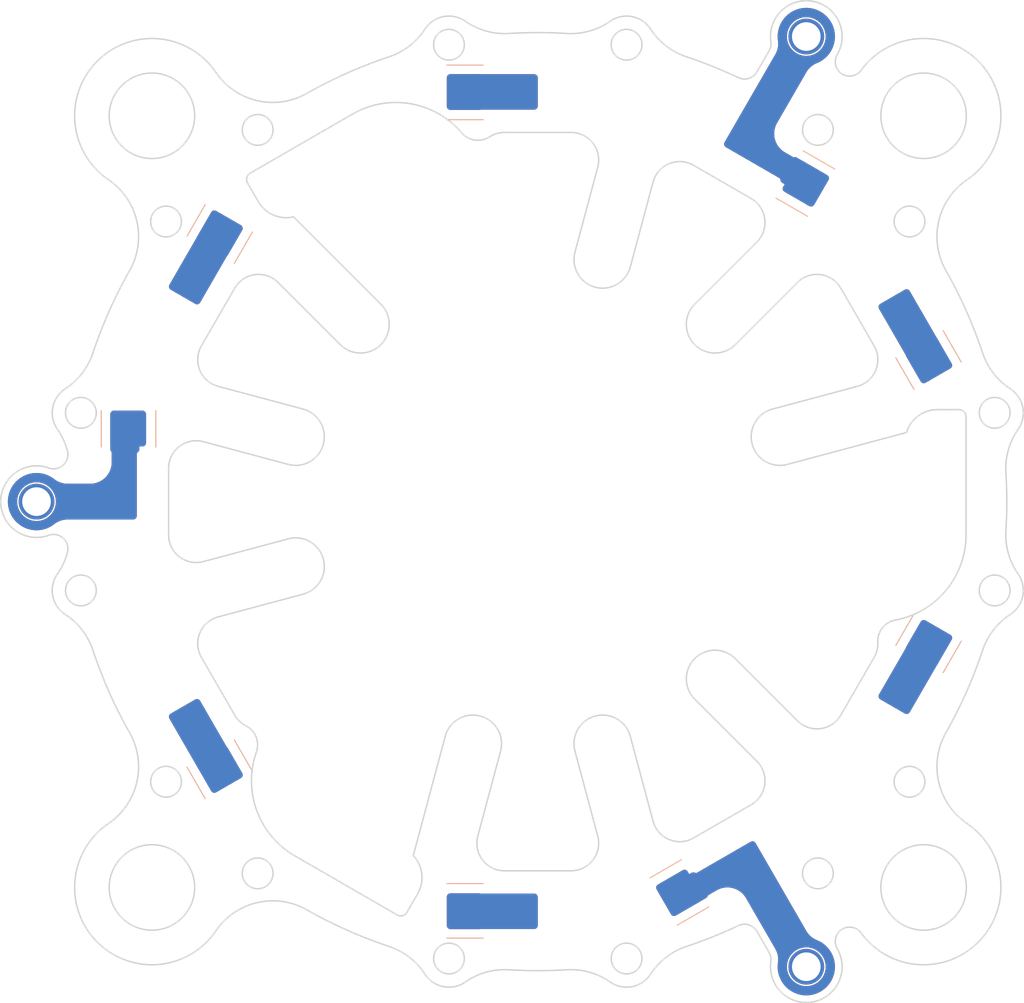
<source format=kicad_pcb>
(kicad_pcb (version 20211014) (generator pcbnew)
  (layers (0 "F.Cu" signal) (31 "B.Cu" signal) (34 "B.Paste" user) (35 "F.Paste" user) (36 "B.SilkS" user "B.Silkscreen") (37 "F.SilkS" user "F.Silkscreen") (38 "B.Mask" user) (39 "F.Mask" user) (44 "Edge.Cuts" user))
  (net 0 "")
  (gr_line (start 20.070886 50.003795) (end 15.671477 52.543795) (layer "B.SilkS") (width 0.15))
  (gr_line (start -7.62 53.34) (end -12.7 53.34) (layer "B.SilkS") (width 0.15))
  (gr_line (start -53.34 -7.62) (end -53.34 -12.7) (layer "B.SilkS") (width 0.15))
  (gr_line (start 59.142909 19.481477) (end 56.602909 23.880886) (layer "B.SilkS") (width 0.15))
  (gr_line (start 50.003795 -20.070886) (end 52.543795 -15.671477) (layer "B.SilkS") (width 0.15))
  (gr_line (start 41.478523 -46.442908) (end 37.079114 -48.982908) (layer "B.SilkS") (width 0.15))
  (gr_line (start -12.7 -53.34) (end -7.62 -53.34) (layer "B.SilkS") (width 0.15))
  (gr_line (start -42.383795 -33.269114) (end -39.843795 -37.668523) (layer "B.SilkS") (width 0.15))
  (gr_line (start -46.442909 -41.478523) (end -48.982909 -37.079114) (layer "B.SilkS") (width 0.15))
  (gr_line (start 19.481477 59.142909) (end 23.880886 56.602909) (layer "B.SilkS") (width 0.15))
  (gr_line (start -12.7 -60.96) (end -7.62 -60.96) (layer "B.SilkS") (width 0.15))
  (gr_line (start 59.142909 -19.481477) (end 56.602909 -23.880886) (layer "B.SilkS") (width 0.15))
  (gr_line (start -46.442909 41.478523) (end -48.982909 37.079114) (layer "B.SilkS") (width 0.15))
  (gr_line (start 33.269114 -42.383795) (end 37.668523 -39.843795) (layer "B.SilkS") (width 0.15))
  (gr_line (start -39.843795 37.668523) (end -42.383795 33.269114) (layer "B.SilkS") (width 0.15))
  (gr_line (start -60.960001 -12.7) (end -60.960001 -7.62) (layer "B.SilkS") (width 0.15))
  (gr_line (start -12.7 60.96) (end -7.62 60.96) (layer "B.SilkS") (width 0.15))
  (gr_line (start 52.543795 15.671477) (end 50.003795 20.070886) (layer "B.SilkS") (width 0.15))
  (gr_line (start -42.383795 -33.269114) (end -39.843795 -37.668523) (layer "F.SilkS") (width 0.15))
  (gr_line (start -39.843795 37.668523) (end -42.383795 33.269114) (layer "F.SilkS") (width 0.15))
  (gr_line (start 20.070886 50.003795) (end 15.671477 52.543795) (layer "F.SilkS") (width 0.15))
  (gr_line (start -48.982909 37.079114) (end -46.442909 41.478523) (layer "F.SilkS") (width 0.15))
  (gr_line (start -48.982909 -37.079114) (end -46.442909 -41.478523) (layer "F.SilkS") (width 0.15))
  (gr_line (start -7.62 -60.96) (end -12.7 -60.96) (layer "F.SilkS") (width 0.15))
  (gr_line (start 23.880886 56.602909) (end 19.481477 59.142909) (layer "F.SilkS") (width 0.15))
  (gr_line (start -12.7 -53.34) (end -7.62 -53.34) (layer "F.SilkS") (width 0.15))
  (gr_line (start 56.602909 -23.880886) (end 59.142909 -19.481477) (layer "F.SilkS") (width 0.15))
  (gr_line (start -7.62 60.96) (end -12.7 60.96) (layer "F.SilkS") (width 0.15))
  (gr_line (start -53.34 -7.62) (end -53.34 -12.7) (layer "F.SilkS") (width 0.15))
  (gr_line (start 56.602909 23.880886) (end 59.142909 19.481477) (layer "F.SilkS") (width 0.15))
  (gr_line (start 50.003795 -20.070886) (end 52.543795 -15.671477) (layer "F.SilkS") (width 0.15))
  (gr_line (start -7.62 53.34) (end -12.7 53.34) (layer "F.SilkS") (width 0.15))
  (gr_line (start 37.079114 -48.982909) (end 41.478523 -46.442909) (layer "F.SilkS") (width 0.15))
  (gr_line (start 52.543795 15.671477) (end 50.003795 20.070886) (layer "F.SilkS") (width 0.15))
  (gr_line (start -60.96 -7.62) (end -60.96 -12.7) (layer "F.SilkS") (width 0.15))
  (gr_line (start 33.269114 -42.383795) (end 37.668523 -39.843795) (layer "F.SilkS") (width 0.15))
  (gr_arc (start -62.124015 -20.75709) (mid -63.633441 -17.928203) (end -65.989813 -15.753695) (layer "Edge.Cuts") (width 0.2))
  (gr_arc (start 21.752981 46.972906) (mid 18.349159 47.196004) (end 16.100048 44.631384) (layer "Edge.Cuts") (width 0.2))
  (gr_circle (center 53.881537 -53.881537) (end 59.850537 -53.881537) (layer "Edge.Cuts") (width 0.2) (fill none))
  (gr_arc (start -6.734028 -50.943172) (mid -5.735028 -51.399785) (end -4.647819 -51.55622) (layer "Edge.Cuts") (width 0.2))
  (gr_arc (start 65.989813 -15.753695) (mid 63.633441 -17.928203) (end 62.124015 -20.75709) (layer "Edge.Cuts") (width 0.2))
  (gr_line (start 55.80622 -12.852181) (end 58.80622 -12.852181) (layer "Edge.Cuts") (width 0.2))
  (gr_arc (start 10.113647 -67.086127) (mid 7.214767 -65.715922) (end 4.026427 -65.376126) (layer "Edge.Cuts") (width 0.2))
  (gr_arc (start 8.372642 46.701937) (mid 7.707164 50.047518) (end 4.647819 51.55622) (layer "Edge.Cuts") (width 0.2))
  (gr_arc (start 4.026427 65.376126) (mid 0 65.5) (end -4.026427 65.376126) (layer "Edge.Cuts") (width 0.2))
  (gr_line (start 4.647819 51.55622) (end -4.647819 51.55622) (layer "Edge.Cuts") (width 0.2))
  (gr_arc (start 46.972906 -21.752981) (mid 47.196004 -18.349159) (end 44.631384 -16.100048) (layer "Edge.Cuts") (width 0.2))
  (gr_arc (start 41.818497 62.431868) (mid 38.456284 69.859605) (end 32.551283 64.23762) (layer "Edge.Cuts") (width 0.2))
  (gr_arc (start -44.954839 59.951635) (mid -61.514754 61.514754) (end -59.951635 44.954839) (layer "Edge.Cuts") (width 0.2))
  (gr_arc (start 47.485095 19.639747) (mid 47.381034 20.733213) (end 46.972906 21.752981) (layer "Edge.Cuts") (width 0.2))
  (gr_arc (start -32.772128 -12.92237) (mid -29.943701 -8.023391) (end -34.84268 -5.194963) (layer "Edge.Cuts") (width 0.2))
  (gr_arc (start 32.303848 62.951905) (mid 32.535758 63.573941) (end 32.551283 64.23762) (layer "Edge.Cuts") (width 0.2))
  (gr_arc (start 59.951635 44.954839) (mid 55.998391 39.193646) (end 56.994604 32.277936) (layer "Edge.Cuts") (width 0.2))
  (gr_line (start 12.92237 -32.772128) (end 16.100048 -44.631384) (layer "Edge.Cuts") (width 0.2))
  (gr_arc (start 59.80622 4.647819) (mid 57.015256 12.379995) (end 49.929221 16.547026) (layer "Edge.Cuts") (width 0.2))
  (gr_arc (start 16.100048 -44.631384) (mid 18.349159 -47.196004) (end 21.752981 -46.972906) (layer "Edge.Cuts") (width 0.2))
  (gr_arc (start 36.258743 -30.601889) (mid 39.48884 -31.698359) (end 42.325087 -29.803239) (layer "Edge.Cuts") (width 0.2))
  (gr_circle (center 53.881537 53.881537) (end 59.850537 53.881537) (layer "Edge.Cuts") (width 0.2) (fill none))
  (gr_arc (start -40.533425 -44.50159) (mid -40.633326 -45.260409) (end -40.1674 -45.867615) (layer "Edge.Cuts") (width 0.2))
  (gr_arc (start -10.113647 67.086127) (mid -7.214767 65.715922) (end -4.026427 65.376126) (layer "Edge.Cuts") (width 0.2))
  (gr_line (start 5.194963 -34.84268) (end 8.372642 -46.701937) (layer "Edge.Cuts") (width 0.2))
  (gr_line (start -34.84268 5.194963) (end -46.701937 8.372642) (layer "Edge.Cuts") (width 0.2))
  (gr_circle (center -39.117977 -51.911308) (end -36.967977 -51.911308) (layer "Edge.Cuts") (width 0.2) (fill none))
  (gr_circle (center 12.402585 -63.805767) (end 14.552585 -63.805767) (layer "Edge.Cuts") (width 0.2) (fill none))
  (gr_arc (start -59.951635 -44.954839) (mid -55.998391 -39.193646) (end -56.994604 -32.277936) (layer "Edge.Cuts") (width 0.2))
  (gr_circle (center -12.402585 -63.805767) (end -10.252585 -63.805767) (layer "Edge.Cuts") (width 0.2) (fill none))
  (gr_arc (start 15.753695 65.989813) (mid 13.165821 67.732276) (end 10.113647 67.086127) (layer "Edge.Cuts") (width 0.2))
  (gr_arc (start 32.551283 -64.23762) (mid 38.456284 -69.859605) (end 41.818497 -62.431868) (layer "Edge.Cuts") (width 0.2))
  (gr_arc (start -15.753695 -65.989813) (mid -13.165821 -67.732276) (end -10.113647 -67.086127) (layer "Edge.Cuts") (width 0.2))
  (gr_circle (center 39.117977 -51.911308) (end 41.267977 -51.911308) (layer "Edge.Cuts") (width 0.2) (fill none))
  (gr_arc (start 45.16147 -60.244906) (mid 61.640538 -61.386862) (end 59.951635 -44.954839) (layer "Edge.Cuts") (width 0.2))
  (gr_line (start -4.647819 -51.55622) (end 4.647819 -51.55622) (layer "Edge.Cuts") (width 0.2))
  (gr_line (start 27.577164 21.92031) (end 36.258743 30.601889) (layer "Edge.Cuts") (width 0.2))
  (gr_arc (start 42.325087 29.803239) (mid 39.48884 31.698359) (end 36.258743 30.601889) (layer "Edge.Cuts") (width 0.2))
  (gr_arc (start -32.277936 -56.994604) (mid -39.193646 -55.998391) (end -44.954839 -59.951635) (layer "Edge.Cuts") (width 0.2))
  (gr_arc (start 58.80622 -12.852181) (mid 59.513327 -12.559288) (end 59.80622 -11.852181) (layer "Edge.Cuts") (width 0.2))
  (gr_line (start 46.972906 21.752981) (end 42.325087 29.803239) (layer "Edge.Cuts") (width 0.2))
  (gr_arc (start -32.277936 -56.994604) (mid -26.64125 -59.837227) (end -20.75709 -62.124015) (layer "Edge.Cuts") (width 0.2))
  (gr_arc (start -25.877981 -54.117615) (mid -17.786237 -55.566658) (end -10.634465 -51.513487) (layer "Edge.Cuts") (width 0.2))
  (gr_arc (start 62.124015 20.75709) (mid 59.837227 26.64125) (end 56.994604 32.277936) (layer "Edge.Cuts") (width 0.2))
  (gr_circle (center -53.881537 53.881537) (end -47.912537 53.881537) (layer "Edge.Cuts") (width 0.2) (fill none))
  (gr_arc (start 20.75709 -62.124015) (mid 17.928203 -63.633441) (end 15.753695 -65.989813) (layer "Edge.Cuts") (width 0.2))
  (gr_circle (center -63.805767 12.402585) (end -61.655767 12.402585) (layer "Edge.Cuts") (width 0.2) (fill none))
  (gr_arc (start -20.75709 62.124015) (mid -17.928203 63.633441) (end -15.753695 65.989813) (layer "Edge.Cuts") (width 0.2))
  (gr_arc (start -12.92237 32.772128) (mid -8.023391 29.943701) (end -5.194963 34.84268) (layer "Edge.Cuts") (width 0.2))
  (gr_line (start -33.928239 49.469796) (end -19.63882 57.719796) (layer "Edge.Cuts") (width 0.2))
  (gr_arc (start 45.16147 -60.244906) (mid 42.450985 -59.750183) (end 41.818497 -62.431868) (layer "Edge.Cuts") (width 0.2))
  (gr_circle (center -53.881537 -53.881537) (end -47.912537 -53.881537) (layer "Edge.Cuts") (width 0.2) (fill none))
  (gr_arc (start -65.683962 -7.098184) (mid -66.264147 -5.107702) (end -68.297204 -4.701115) (layer "Edge.Cuts") (width 0.2))
  (gr_arc (start 56.994604 -32.277936) (mid 55.998391 -39.193646) (end 59.951635 -44.954839) (layer "Edge.Cuts") (width 0.2))
  (gr_line (start 27.577164 -21.92031) (end 36.258743 -30.601889) (layer "Edge.Cuts") (width 0.2))
  (gr_arc (start 29.803239 -42.325087) (mid 31.698359 -39.48884) (end 30.601889 -36.258743) (layer "Edge.Cuts") (width 0.2))
  (gr_line (start -46.972906 -21.752981) (end -42.325087 -29.803239) (layer "Edge.Cuts") (width 0.2))
  (gr_arc (start 28.019092 59.204565) (mid 29.470615 59.103199) (end 30.606687 60.012338) (layer "Edge.Cuts") (width 0.2))
  (gr_line (start -32.772128 12.92237) (end -44.631384 16.100048) (layer "Edge.Cuts") (width 0.2))
  (gr_circle (center 51.911308 39.117977) (end 54.061308 39.117977) (layer "Edge.Cuts") (width 0.2) (fill none))
  (gr_line (start 21.92031 27.577164) (end 30.601889 36.258743) (layer "Edge.Cuts") (width 0.2))
  (gr_line (start -32.772128 -12.92237) (end -44.631384 -16.100048) (layer "Edge.Cuts") (width 0.2))
  (gr_line (start 21.92031 -27.577164) (end 30.601889 -36.258743) (layer "Edge.Cuts") (width 0.2))
  (gr_arc (start -51.55622 -4.647819) (mid -50.047518 -7.707164) (end -46.701937 -8.372642) (layer "Edge.Cuts") (width 0.2))
  (gr_circle (center 63.805767 -12.402585) (end 65.955767 -12.402585) (layer "Edge.Cuts") (width 0.2) (fill none))
  (gr_arc (start -65.683962 7.098184) (mid -66.253558 8.667056) (end -67.086127 10.113647) (layer "Edge.Cuts") (width 0.2))
  (gr_arc (start -42.325087 -29.803239) (mid -39.48884 -31.698359) (end -36.258743 -30.601889) (layer "Edge.Cuts") (width 0.2))
  (gr_arc (start -44.631384 -16.100048) (mid -47.196004 -18.349159) (end -46.972906 -21.752981) (layer "Edge.Cuts") (width 0.2))
  (gr_circle (center 63.805767 12.402585) (end 65.955767 12.402585) (layer "Edge.Cuts") (width 0.2) (fill none))
  (gr_arc (start 4.026427 65.376126) (mid 7.214767 65.715922) (end 10.113647 67.086127) (layer "Edge.Cuts") (width 0.2))
  (gr_arc (start 59.951635 44.954839) (mid 61.640539 61.386863) (end 45.16147 60.244906) (layer "Edge.Cuts") (width 0.2))
  (gr_arc (start -40.751067 31.303425) (mid -39.336853 32.862187) (end -39.294756 34.96646) (layer "Edge.Cuts") (width 0.2))
  (gr_circle (center 12.402585 63.805767) (end 14.552585 63.805767) (layer "Edge.Cuts") (width 0.2) (fill none))
  (gr_arc (start 15.753695 65.989813) (mid 17.928203 63.633441) (end 20.75709 62.124015) (layer "Edge.Cuts") (width 0.2))
  (gr_line (start 5.194963 34.84268) (end 8.372642 46.701937) (layer "Edge.Cuts") (width 0.2))
  (gr_arc (start -40.751067 31.303425) (mid -41.646006 30.666572) (end -42.325087 29.803239) (layer "Edge.Cuts") (width 0.2))
  (gr_arc (start 67.086127 10.113647) (mid 67.732276 13.16582) (end 65.989813 15.753695) (layer "Edge.Cuts") (width 0.2))
  (gr_arc (start 34.84268 -5.194963) (mid 29.9437 -8.023391) (end 32.772128 -12.92237) (layer "Edge.Cuts") (width 0.2))
  (gr_arc (start 5.194963 34.84268) (mid 8.023391 29.9437) (end 12.92237 32.772128) (layer "Edge.Cuts") (width 0.2))
  (gr_line (start 21.752981 -46.972906) (end 29.803239 -42.325087) (layer "Edge.Cuts") (width 0.2))
  (gr_line (start 34.84268 -5.194963) (end 51.499927 -9.658259) (layer "Edge.Cuts") (width 0.2))
  (gr_arc (start -65.989813 15.753695) (mid -67.732276 13.165821) (end -67.086127 10.113647) (layer "Edge.Cuts") (width 0.2))
  (gr_line (start -51.55622 4.647819) (end -51.55622 -4.647819) (layer "Edge.Cuts") (width 0.2))
  (gr_arc (start -68.297204 4.701115) (mid -66.264147 5.107702) (end -65.683962 7.098184) (layer "Edge.Cuts") (width 0.2))
  (gr_arc (start -17.385666 49.429375) (mid -16.199406 51.991298) (end -16.772795 54.755695) (layer "Edge.Cuts") (width 0.2))
  (gr_line (start -16.772795 54.755695) (end -18.272795 57.353771) (layer "Edge.Cuts") (width 0.2))
  (gr_circle (center -12.402585 63.805767) (end -10.252585 63.805767) (layer "Edge.Cuts") (width 0.2) (fill none))
  (gr_arc (start -68.297204 4.701115) (mid -75 0) (end -68.297204 -4.701115) (layer "Edge.Cuts") (width 0.2))
  (gr_arc (start -67.086127 -10.113647) (mid -67.732276 -13.16582) (end -65.989813 -15.753695) (layer "Edge.Cuts") (width 0.2))
  (gr_arc (start -56.994604 32.277936) (mid -55.998391 39.193646) (end -59.951635 44.954839) (layer "Edge.Cuts") (width 0.2))
  (gr_line (start -42.325087 29.803239) (end -46.972906 21.752981) (layer "Edge.Cuts") (width 0.2))
  (gr_arc (start -10.113647 67.086127) (mid -13.16582 67.732276) (end -15.753695 65.989813) (layer "Edge.Cuts") (width 0.2))
  (gr_arc (start -44.954839 59.951635) (mid -39.193646 55.998391) (end -32.277936 56.994604) (layer "Edge.Cuts") (width 0.2))
  (gr_line (start -25.877981 -54.117615) (end -40.1674 -45.867615) (layer "Edge.Cuts") (width 0.2))
  (gr_arc (start -65.989813 15.753695) (mid -63.633441 17.928203) (end -62.124015 20.75709) (layer "Edge.Cuts") (width 0.2))
  (gr_arc (start 4.647819 -51.55622) (mid 7.707164 -50.047518) (end 8.372642 -46.701937) (layer "Edge.Cuts") (width 0.2))
  (gr_circle (center 51.911308 -39.117977) (end 54.061308 -39.117977) (layer "Edge.Cuts") (width 0.2) (fill none))
  (gr_arc (start 30.606687 -60.012338) (mid 29.470615 -59.103199) (end 28.019092 -59.204565) (layer "Edge.Cuts") (width 0.2))
  (gr_circle (center -63.805767 -12.402585) (end -61.655767 -12.402585) (layer "Edge.Cuts") (width 0.2) (fill none))
  (gr_arc (start -4.026427 -65.376126) (mid -7.214767 -65.715922) (end -10.113647 -67.086127) (layer "Edge.Cuts") (width 0.2))
  (gr_arc (start -33.928239 49.469796) (mid -39.229019 43.186662) (end -39.294756 34.96646) (layer "Edge.Cuts") (width 0.2))
  (gr_arc (start 41.818497 62.431868) (mid 42.450986 59.750183) (end 45.16147 60.244906) (layer "Edge.Cuts") (width 0.2))
  (gr_arc (start 21.92031 27.577164) (mid 21.92031 21.92031) (end 27.577164 21.92031) (layer "Edge.Cuts") (width 0.2))
  (gr_arc (start 65.376126 -4.026427) (mid 65.5 0) (end 65.376126 4.026427) (layer "Edge.Cuts") (width 0.2))
  (gr_arc (start 20.75709 -62.124015) (mid 24.431737 -60.772858) (end 28.019092 -59.204565) (layer "Edge.Cuts") (width 0.2))
  (gr_arc (start -67.086127 -10.113647) (mid -66.253558 -8.667056) (end -65.683962 -7.098184) (layer "Edge.Cuts") (width 0.2))
  (gr_circle (center -51.911308 -39.117977) (end -49.761308 -39.117977) (layer "Edge.Cuts") (width 0.2) (fill none))
  (gr_line (start 32.303848 -62.951905) (end 30.606687 -60.012338) (layer "Edge.Cuts") (width 0.2))
  (gr_circle (center 39.117977 51.911308) (end 41.267977 51.911308) (layer "Edge.Cuts") (width 0.2) (fill none))
  (gr_arc (start -34.114261 -39.771115) (mid -36.926082 -40.024746) (end -39.033425 -41.903514) (layer "Edge.Cuts") (width 0.2))
  (gr_arc (start -46.972906 21.752981) (mid -47.196004 18.349159) (end -44.631384 16.100048) (layer "Edge.Cuts") (width 0.2))
  (gr_circle (center -39.117977 51.911308) (end -36.967977 51.911308) (layer "Edge.Cuts") (width 0.2) (fill none))
  (gr_line (start -21.92031 -27.577164) (end -34.114261 -39.771115) (layer "Edge.Cuts") (width 0.2))
  (gr_line (start 32.303848 62.951905) (end 30.606687 60.012338) (layer "Edge.Cuts") (width 0.2))
  (gr_arc (start -59.951635 -44.954839) (mid -61.514754 -61.514754) (end -44.954839 -59.951635) (layer "Edge.Cuts") (width 0.2))
  (gr_arc (start 65.989813 -15.753695) (mid 67.732276 -13.165821) (end 67.086127 -10.113647) (layer "Edge.Cuts") (width 0.2))
  (gr_arc (start -6.734028 -50.943172) (mid -8.791062 -50.497807) (end -10.634465 -51.513487) (layer "Edge.Cuts") (width 0.2))
  (gr_arc (start 62.124015 20.75709) (mid 63.633441 17.928203) (end 65.989813 15.753695) (layer "Edge.Cuts") (width 0.2))
  (gr_arc (start 67.086127 10.113647) (mid 65.715922 7.214767) (end 65.376126 4.026427) (layer "Edge.Cuts") (width 0.2))
  (gr_line (start 29.803239 42.325087) (end 21.752981 46.972906) (layer "Edge.Cuts") (width 0.2))
  (gr_line (start -34.84268 -5.194963) (end -46.701937 -8.372642) (layer "Edge.Cuts") (width 0.2))
  (gr_line (start -39.033425 -41.903514) (end -40.533425 -44.50159) (layer "Edge.Cuts") (width 0.2))
  (gr_arc (start 30.601889 36.258743) (mid 31.698359 39.48884) (end 29.803239 42.325087) (layer "Edge.Cuts") (width 0.2))
  (gr_arc (start -62.124015 -20.75709) (mid -59.837227 -26.64125) (end -56.994604 -32.277936) (layer "Edge.Cuts") (width 0.2))
  (gr_line (start 12.92237 32.772128) (end 16.100048 44.631384) (layer "Edge.Cuts") (width 0.2))
  (gr_arc (start -21.92031 -27.577164) (mid -21.92031 -21.92031) (end -27.577164 -21.92031) (layer "Edge.Cuts") (width 0.2))
  (gr_arc (start 12.92237 -32.772128) (mid 8.023391 -29.943701) (end 5.194963 -34.84268) (layer "Edge.Cuts") (width 0.2))
  (gr_arc (start -56.994604 32.277936) (mid -59.837227 26.64125) (end -62.124015 20.75709) (layer "Edge.Cuts") (width 0.2))
  (gr_arc (start 65.376126 -4.026427) (mid 65.715922 -7.214767) (end 67.086127 -10.113647) (layer "Edge.Cuts") (width 0.2))
  (gr_line (start -5.194963 34.84268) (end -8.372642 46.701937) (layer "Edge.Cuts") (width 0.2))
  (gr_arc (start -4.026427 -65.376126) (mid 0 -65.5) (end 4.026427 -65.376126) (layer "Edge.Cuts") (width 0.2))
  (gr_arc (start -15.753695 -65.989813) (mid -17.928203 -63.633441) (end -20.75709 -62.124015) (layer "Edge.Cuts") (width 0.2))
  (gr_line (start -12.92237 32.772128) (end -17.385666 49.429375) (layer "Edge.Cuts") (width 0.2))
  (gr_line (start -27.577164 -21.92031) (end -36.258743 -30.601889) (layer "Edge.Cuts") (width 0.2))
  (gr_arc (start -34.84268 5.194963) (mid -29.9437 8.023391) (end -32.772128 12.92237) (layer "Edge.Cuts") (width 0.2))
  (gr_line (start 42.325087 -29.803239) (end 46.972906 -21.752981) (layer "Edge.Cuts") (width 0.2))
  (gr_arc (start 10.113647 -67.086127) (mid 13.16582 -67.732276) (end 15.753695 -65.989813) (layer "Edge.Cuts") (width 0.2))
  (gr_line (start 32.772128 -12.92237) (end 44.631384 -16.100048) (layer "Edge.Cuts") (width 0.2))
  (gr_line (start 59.80622 4.647819) (end 59.80622 -11.852181) (layer "Edge.Cuts") (width 0.2))
  (gr_arc (start -20.75709 62.124015) (mid -26.64125 59.837227) (end -32.277936 56.994604) (layer "Edge.Cuts") (width 0.2))
  (gr_arc (start -46.701937 8.372642) (mid -50.047518 7.707164) (end -51.55622 4.647819) (layer "Edge.Cuts") (width 0.2))
  (gr_arc (start -4.647819 51.55622) (mid -7.707164 50.047518) (end -8.372642 46.701937) (layer "Edge.Cuts") (width 0.2))
  (gr_arc (start -18.272795 57.353771) (mid -18.880001 57.819697) (end -19.63882 57.719796) (layer "Edge.Cuts") (width 0.2))
  (gr_arc (start 27.577164 -21.92031) (mid 21.92031 -21.92031) (end 21.92031 -27.577164) (layer "Edge.Cuts") (width 0.2))
  (gr_arc (start 51.499927 -9.658259) (mid 53.125488 -11.966552) (end 55.80622 -12.852181) (layer "Edge.Cuts") (width 0.2))
  (gr_arc (start 56.994604 -32.277936) (mid 59.837227 -26.64125) (end 62.124015 -20.75709) (layer "Edge.Cuts") (width 0.2))
  (gr_arc (start 32.551283 -64.23762) (mid 32.535758 -63.573941) (end 32.303848 -62.951905) (layer "Edge.Cuts") (width 0.2))
  (gr_circle (center -51.911308 39.117977) (end -49.761308 39.117977) (layer "Edge.Cuts") (width 0.2) (fill none))
  (gr_arc (start 28.019092 59.204565) (mid 24.431737 60.772858) (end 20.75709 62.124015) (layer "Edge.Cuts") (width 0.2))
  (gr_arc (start 47.485095 19.639747) (mid 48.127915 17.63562) (end 49.929221 16.547026) (layer "Edge.Cuts") (width 0.2))
  (via (at 37.5 64.951905) (size 5) (drill 4) (layers "F.Cu" "B.Cu") (net 0))
  (via (at 37.5 -64.951905) (size 5) (drill 4) (layers "F.Cu" "B.Cu") (net 0))
  (via (at -70 0) (size 5) (drill 4) (layers "F.Cu" "B.Cu") (net 0))
  (zone (net 0) (net_name "") (layer "F.Cu") (connect_pads yes (clearance 0.508)) (min_thickness 0.254) (fill yes (thermal_gap 0.508) (thermal_bridge_width 0.508) (smoothing fillet) (radius 0.5))
    (polygon (pts (arc (start -43.953435 34.270418) (mid -43.574025 34.220468) (end -43.270422 34.453431)) (arc (start -41.270422 37.917532) (mid -41.220472 38.296942) (end -41.453435 38.600545)) (arc (start -44.917536 40.600545) (mid -45.296946 40.650495) (end -45.600549 40.417532)) (arc (start -47.600549 36.953431) (mid -47.650499 36.574021) (end -47.417536 36.270418))))
  )
  (zone (net 0) (net_name "") (layer "F.Cu") (connect_pads yes (clearance 0.508)) (min_thickness 0.254) (fill yes (thermal_gap 0.508) (thermal_bridge_width 0.508) (smoothing fillet) (radius 0.5))
    (polygon (pts (arc (start -8.202335 54.7) (mid -7.848782 54.846447) (end -7.702335 55.2)) (arc (start -7.702335 59.2) (mid -7.848782 59.553553) (end -8.202335 59.7)) (arc (start -12.202335 59.7) (mid -12.555888 59.553553) (end -12.702335 59.2)) (arc (start -12.702335 55.2) (mid -12.555888 54.846447) (end -12.202335 54.7))))
  )
  (zone (net 0) (net_name "") (layer "F.Cu") (connect_pads yes (clearance 0.508)) (min_thickness 0.254) (fill yes (thermal_gap 0.508) (thermal_bridge_width 0.508) (smoothing fillet) (radius 0.5))
    (polygon (pts (arc (start 36.270418 -47.417536) (mid 36.574021 -47.650499) (end 36.953431 -47.600549)) (arc (start 40.417532 -45.600549) (mid 40.650495 -45.296946) (end 40.600545 -44.917536)) (arc (start 38.600545 -41.453435) (mid 38.296942 -41.220472) (end 37.917532 -41.270422)) (arc (start 34.453431 -43.270422) (mid 34.220468 -43.574025) (end 34.270418 -43.953435))))
  )
  (zone (net 0) (net_name "") (layer "F.Cu") (connect_pads yes (clearance 0)) (min_thickness 0.254) (fill yes (thermal_gap 0.508) (thermal_bridge_width 0.508) (smoothing fillet) (radius 0.5))
    (polygon (pts (arc (start 38.984615 -61.23762) (mid 38.134115 -60.719692) (end 37.5 -59.951905)) (arc (start 33.415064 -52.876588) (mid 33.115362 -50.600131) (end 34.51314 -48.778512)) (xy 36.245191 -47.778512) (xy 34.495191 -44.747423) (xy 25.834936 -49.747423) (arc (start 33.169873 -62.451905) (mid 33.517738 -63.384959) (end 33.541027 -64.380477)) (arc (start 33.541027 -64.380477) (mid 39.5 -68.416008) (end 38.984615 -61.23762))))
  )
  (zone (net 0) (net_name "") (layer "F.Cu") (connect_pads yes (clearance 0.508)) (min_thickness 0.254) (fill yes (thermal_gap 0.508) (thermal_bridge_width 0.508) (smoothing fillet) (radius 0.5))
    (polygon (pts (xy -51.693056 -29.845) (xy -47.375056 -37.323995) (xy -43.085633 -34.847495) (xy -47.403633 -27.3685)))
  )
  (zone (net 0) (net_name "") (layer "F.Cu") (connect_pads yes (clearance 0.508)) (min_thickness 0.254) (fill yes (thermal_gap 0.508) (thermal_bridge_width 0.508) (smoothing fillet) (radius 0.5))
    (polygon (pts (arc (start -12.202335 -54.7) (mid -12.555888 -54.846447) (end -12.702335 -55.2)) (arc (start -12.702335 -59.2) (mid -12.555888 -59.553553) (end -12.202335 -59.7)) (arc (start -8.202335 -59.7) (mid -7.848782 -59.553553) (end -7.702335 -59.2)) (arc (start -7.702335 -55.2) (mid -7.848782 -54.846447) (end -8.202335 -54.7))))
  )
  (zone (net 0) (net_name "") (layer "F.Cu") (connect_pads yes (clearance 0.508)) (min_thickness 0.254) (fill yes (thermal_gap 0.508) (thermal_bridge_width 0.508) (smoothing fillet) (radius 0.5))
    (polygon (pts (xy 47.403633 27.3685) (xy 51.721633 19.889505) (xy 56.011056 22.366005) (xy 51.693056 29.845)))
  )
  (zone (net 0) (net_name "") (layer "F.Cu") (connect_pads yes (clearance 0.508)) (min_thickness 0.254) (fill yes (thermal_gap 0.508) (thermal_bridge_width 0.508) (smoothing fillet) (radius 0.5))
    (polygon (pts (xy 0 59.69) (xy -8.636 59.69) (xy -8.636 54.737) (xy 0 54.737)))
  )
  (zone (net 0) (net_name "") (layer "F.Cu") (connect_pads yes (clearance 0.508)) (min_thickness 0.254) (fill yes (thermal_gap 0.508) (thermal_bridge_width 0.508) (smoothing fillet) (radius 0.5))
    (polygon (pts (xy 21.646904 51.736917) (xy 22.340844 51.922858) (xy 23.771874 54.909474) (xy 23.678904 55.256444) (xy 22.799022 55.764444) (xy 22.452051 55.671474) (xy 20.547051 52.371917)))
  )
  (zone (net 0) (net_name "") (layer "F.Cu") (connect_pads yes (clearance 0.508)) (min_thickness 0.254) (fill yes (thermal_gap 0.508) (thermal_bridge_width 0.508) (smoothing fillet) (radius 0.5))
    (polygon (pts (arc (start -43.953435 -34.270418) (mid -43.574025 -34.220468) (end -43.270422 -34.453431)) (arc (start -41.270422 -37.917532) (mid -41.220472 -38.296942) (end -41.453435 -38.600545)) (arc (start -44.917536 -40.600545) (mid -45.296946 -40.650495) (end -45.600549 -40.417532)) (arc (start -47.600549 -36.953431) (mid -47.650499 -36.574021) (end -47.417536 -36.270418))))
  )
  (zone (net 0) (net_name "") (layer "F.Cu") (connect_pads yes (clearance 0.508)) (min_thickness 0.254) (fill yes (thermal_gap 0.508) (thermal_bridge_width 0.508) (smoothing fillet) (radius 0.5))
    (polygon (pts (xy -47.40623 27.382206) (xy -43.08823 34.861201) (xy -47.377653 37.337701) (xy -51.695653 29.858706)))
  )
  (zone (net 0) (net_name "") (layer "F.Cu") (connect_pads yes (clearance 0.508)) (min_thickness 0.254) (fill yes (thermal_gap 0.508) (thermal_bridge_width 0.508) (smoothing fillet) (radius 0.5))
    (polygon (pts (xy -55.628936 -7.12169) (xy -56.136936 -6.61369) (xy -59.438936 -6.86769) (xy -59.692936 -7.12169) (xy -59.692936 -8.13769) (xy -59.438936 -8.39169) (xy -55.628936 -8.39169)))
  )
  (zone (net 0) (net_name "") (layer "F.Cu") (connect_pads yes (clearance 0)) (min_thickness 0.254) (fill yes (thermal_gap 0.5) (thermal_bridge_width 0.508) (smoothing fillet) (radius 0.5))
    (polygon (pts (arc (start -67.525642 -3.142857) (mid -66.651854 -2.665266) (end -65.669873 -2.5)) (arc (start -62.5 -2.5) (mid -60.37868 -3.37868) (end -59.5 -5.5)) (xy -59.5 -7.5) (xy -56 -7.5) (xy -56 2.5) (arc (start -65.669873 2.5) (mid -66.651854 2.665266) (end -67.525642 3.142857)) (arc (start -67.525642 3.142857) (mid -74 0) (end -67.525642 -3.142857))))
  )
  (zone (net 0) (net_name "") (layer "F.Cu") (connect_pads yes (clearance 0.508)) (min_thickness 0.254) (fill yes (thermal_gap 0.508) (thermal_bridge_width 0.508) (smoothing fillet) (radius 0.5))
    (polygon (pts (arc (start 55.802884 -22.746569) (mid 55.499281 -22.979532) (end 55.119872 -22.929582)) (arc (start 51.65577 -20.929582) (mid 51.422807 -20.625979) (end 51.472757 -20.246569)) (arc (start 53.472757 -16.782468) (mid 53.77636 -16.549505) (end 54.15577 -16.599455)) (arc (start 57.619872 -18.599455) (mid 57.852834 -18.903059) (end 57.802884 -19.282468))))
  )
  (zone (net 0) (net_name "") (layer "F.Cu") (connect_pads yes (clearance 0.508)) (min_thickness 0.254) (fill yes (thermal_gap 0.508) (thermal_bridge_width 0.508) (smoothing fillet) (radius 0.5))
    (polygon (pts (arc (start -55.2 -7.702335) (mid -54.846447 -7.848782) (end -54.7 -8.202335)) (arc (start -54.7 -12.202335) (mid -54.846447 -12.555888) (end -55.2 -12.702335)) (arc (start -59.2 -12.702335) (mid -59.553553 -12.555888) (end -59.7 -12.202335)) (arc (start -59.7 -8.202335) (mid -59.553553 -7.848782) (end -59.2 -7.702335))))
  )
  (zone (net 0) (net_name "") (layer "F.Cu") (connect_pads yes (clearance 0)) (min_thickness 0.254) (fill yes (thermal_gap 0.508) (thermal_bridge_width 0.508) (smoothing fillet) (radius 0.5))
    (polygon (pts (arc (start 33.541027 64.380477) (mid 33.517738 63.384959) (end 33.169873 62.451905)) (arc (start 29.084936 55.376588) (mid 27.263317 53.97881) (end 24.98686 54.278512)) (xy 23.254809 55.278512) (xy 21.504809 52.247423) (xy 30.165064 47.247423) (arc (start 37.5 59.951905) (mid 38.134115 60.719692) (end 38.984615 61.23762)) (arc (start 38.984615 61.23762) (mid 39.5 68.416008) (end 33.541027 64.380477))))
  )
  (zone (net 0) (net_name "") (layer "F.Cu") (connect_pads yes (clearance 0.508)) (min_thickness 0.254) (fill yes (thermal_gap 0.508) (thermal_bridge_width 0.508) (smoothing fillet) (radius 0.5))
    (polygon (pts (arc (start 20.929582 51.65577) (mid 20.625979 51.422807) (end 20.246569 51.472757)) (arc (start 16.782468 53.472757) (mid 16.549505 53.77636) (end 16.599455 54.15577)) (arc (start 18.599455 57.619872) (mid 18.903059 57.852834) (end 19.282468 57.802884)) (arc (start 22.746569 55.802884) (mid 22.979532 55.499281) (end 22.929582 55.119872))))
  )
  (zone (net 0) (net_name "") (layer "F.Cu") (connect_pads yes (clearance 0.508)) (min_thickness 0.254) (fill yes (thermal_gap 0.508) (thermal_bridge_width 0.508) (smoothing fillet) (radius 0.5))
    (polygon (pts (arc (start 54.15577 16.599455) (mid 53.77636 16.549505) (end 53.472757 16.782468)) (arc (start 51.472757 20.246569) (mid 51.422807 20.625979) (end 51.65577 20.929582)) (arc (start 55.119872 22.929582) (mid 55.499281 22.979532) (end 55.802884 22.746569)) (arc (start 57.802884 19.282468) (mid 57.852834 18.903059) (end 57.619872 18.599455))))
  )
  (zone (net 0) (net_name "") (layer "F.Cu") (connect_pads yes (clearance 0.508)) (min_thickness 0.254) (fill yes (thermal_gap 0.508) (thermal_bridge_width 0.508) (smoothing fillet) (radius 0.5))
    (polygon (pts (xy 51.693056 -29.845) (xy 56.011056 -22.366005) (xy 51.721633 -19.889505) (xy 47.403633 -27.3685)))
  )
  (zone (net 0) (net_name "") (layer "F.Cu") (connect_pads yes (clearance 0.508)) (min_thickness 0.254) (fill yes (thermal_gap 0.508) (thermal_bridge_width 0.508) (smoothing fillet) (radius 0.5))
    (polygon (pts (xy 0 -54.737) (xy -8.636 -54.737) (xy -8.636 -59.69) (xy 0 -59.69)))
  )
  (zone (net 0) (net_name "") (layer "F.Cu") (connect_pads yes (clearance 0.508)) (min_thickness 0.254) (fill yes (thermal_gap 0.508) (thermal_bridge_width 0.508) (smoothing fillet) (radius 0.5))
    (polygon (pts (xy 33.972173 -44.617529) (xy 33.786232 -45.31147) (xy 35.657202 -48.044086) (xy 36.004173 -48.137056) (xy 36.884054 -47.629056) (xy 36.977025 -47.282086) (xy 35.072025 -43.982529)))
  )
  (zone (net 0) (net_name "") (layer "B.Cu") (connect_pads yes (clearance 0.508)) (min_thickness 0.254) (fill yes (thermal_gap 0.508) (thermal_bridge_width 0.508) (smoothing fillet) (radius 0.5))
    (polygon (pts (arc (start 36.270418 -47.417536) (mid 36.574021 -47.650499) (end 36.953431 -47.600549)) (arc (start 40.417532 -45.600549) (mid 40.650495 -45.296946) (end 40.600545 -44.917536)) (arc (start 38.600545 -41.453435) (mid 38.296942 -41.220472) (end 37.917532 -41.270422)) (arc (start 34.453431 -43.270422) (mid 34.220468 -43.574025) (end 34.270418 -43.953435))))
  )
  (zone (net 0) (net_name "") (layer "B.Cu") (connect_pads yes (clearance 0)) (min_thickness 0.254) (fill yes (thermal_gap 0.508) (thermal_bridge_width 0.508) (smoothing fillet) (radius 0.5))
    (polygon (pts (arc (start 33.541027 64.380477) (mid 33.517738 63.384959) (end 33.169873 62.451905)) (arc (start 29.084936 55.376588) (mid 27.263317 53.97881) (end 24.98686 54.278512)) (xy 23.254809 55.278512) (xy 21.504809 52.247423) (xy 30.165064 47.247423) (arc (start 37.5 59.951905) (mid 38.134115 60.719692) (end 38.984615 61.23762)) (arc (start 38.984615 61.23762) (mid 39.5 68.416008) (end 33.541027 64.380477))))
  )
  (zone (net 0) (net_name "") (layer "B.Cu") (connect_pads yes (clearance 0.508)) (min_thickness 0.254) (fill yes (thermal_gap 0.508) (thermal_bridge_width 0.508) (smoothing fillet) (radius 0.5))
    (polygon (pts (arc (start -8.202335 54.7) (mid -7.848782 54.846447) (end -7.702335 55.2)) (arc (start -7.702335 59.2) (mid -7.848782 59.553553) (end -8.202335 59.7)) (arc (start -12.202335 59.7) (mid -12.555888 59.553553) (end -12.702335 59.2)) (arc (start -12.702335 55.2) (mid -12.555888 54.846447) (end -12.202335 54.7))))
  )
  (zone (net 0) (net_name "") (layer "B.Cu") (connect_pads yes (clearance 0.508)) (min_thickness 0.254) (fill yes (thermal_gap 0.508) (thermal_bridge_width 0.508) (smoothing fillet) (radius 0.5))
    (polygon (pts (xy 33.972173 -44.617529) (xy 33.786232 -45.31147) (xy 35.657202 -48.044086) (xy 36.004173 -48.137056) (xy 36.884054 -47.629056) (xy 36.977025 -47.282086) (xy 35.072025 -43.982529)))
  )
  (zone (net 0) (net_name "") (layer "B.Cu") (connect_pads yes (clearance 0.508)) (min_thickness 0.254) (fill yes (thermal_gap 0.508) (thermal_bridge_width 0.508) (smoothing fillet) (radius 0.5))
    (polygon (pts (xy -55.628936 -7.12169) (xy -56.136936 -6.61369) (xy -59.438936 -6.86769) (xy -59.692936 -7.12169) (xy -59.692936 -8.13769) (xy -59.438936 -8.39169) (xy -55.628936 -8.39169)))
  )
  (zone (net 0) (net_name "") (layer "B.Cu") (connect_pads yes (clearance 0.508)) (min_thickness 0.254) (fill yes (thermal_gap 0.508) (thermal_bridge_width 0.508) (smoothing fillet) (radius 0.5))
    (polygon (pts (xy 47.403633 27.3685) (xy 51.721633 19.889505) (xy 56.011056 22.366005) (xy 51.693056 29.845)))
  )
  (zone (net 0) (net_name "") (layer "B.Cu") (connect_pads yes (clearance 0.508)) (min_thickness 0.254) (fill yes (thermal_gap 0.508) (thermal_bridge_width 0.508) (smoothing fillet) (radius 0.5))
    (polygon (pts (arc (start -55.2 -7.702335) (mid -54.846447 -7.848782) (end -54.7 -8.202335)) (arc (start -54.7 -12.202335) (mid -54.846447 -12.555888) (end -55.2 -12.702335)) (arc (start -59.2 -12.702335) (mid -59.553553 -12.555888) (end -59.7 -12.202335)) (arc (start -59.7 -8.202335) (mid -59.553553 -7.848782) (end -59.2 -7.702335))))
  )
  (zone (net 0) (net_name "") (layer "B.Cu") (connect_pads yes (clearance 0)) (min_thickness 0.254) (fill yes (thermal_gap 0.508) (thermal_bridge_width 0.508) (smoothing fillet) (radius 0.5))
    (polygon (pts (arc (start -67.525642 -3.142857) (mid -66.651854 -2.665266) (end -65.669873 -2.5)) (arc (start -62.5 -2.5) (mid -60.37868 -3.37868) (end -59.5 -5.5)) (xy -59.5 -7.5) (xy -56 -7.5) (xy -56 2.5) (arc (start -65.669873 2.5) (mid -66.651854 2.665266) (end -67.525642 3.142857)) (arc (start -67.525642 3.142857) (mid -74 0) (end -67.525642 -3.142857))))
  )
  (zone (net 0) (net_name "") (layer "B.Cu") (connect_pads yes (clearance 0.508)) (min_thickness 0.254) (fill yes (thermal_gap 0.508) (thermal_bridge_width 0.508) (smoothing fillet) (radius 0.5))
    (polygon (pts (xy 51.693056 -29.845) (xy 56.011056 -22.366005) (xy 51.721633 -19.889505) (xy 47.403633 -27.3685)))
  )
  (zone (net 0) (net_name "") (layer "B.Cu") (connect_pads yes (clearance 0.508)) (min_thickness 0.254) (fill yes (thermal_gap 0.508) (thermal_bridge_width 0.508) (smoothing fillet) (radius 0.5))
    (polygon (pts (arc (start 20.929582 51.65577) (mid 20.625979 51.422807) (end 20.246569 51.472757)) (arc (start 16.782468 53.472757) (mid 16.549505 53.77636) (end 16.599455 54.15577)) (arc (start 18.599455 57.619872) (mid 18.903059 57.852834) (end 19.282468 57.802884)) (arc (start 22.746569 55.802884) (mid 22.979532 55.499281) (end 22.929582 55.119872))))
  )
  (zone (net 0) (net_name "") (layer "B.Cu") (connect_pads yes (clearance 0.508)) (min_thickness 0.254) (fill yes (thermal_gap 0.508) (thermal_bridge_width 0.508) (smoothing fillet) (radius 0.5))
    (polygon (pts (xy -51.693056 -29.845) (xy -47.375056 -37.323995) (xy -43.085633 -34.847495) (xy -47.403633 -27.3685)))
  )
  (zone (net 0) (net_name "") (layer "B.Cu") (connect_pads yes (clearance 0.508)) (min_thickness 0.254) (fill yes (thermal_gap 0.508) (thermal_bridge_width 0.508) (smoothing fillet) (radius 0.5))
    (polygon (pts (xy -47.40623 27.382206) (xy -43.08823 34.861201) (xy -47.377653 37.337701) (xy -51.695653 29.858706)))
  )
  (zone (net 0) (net_name "") (layer "B.Cu") (connect_pads yes (clearance 0)) (min_thickness 0.254) (fill yes (thermal_gap 0.508) (thermal_bridge_width 0.508) (smoothing fillet) (radius 0.5))
    (polygon (pts (arc (start 38.984615 -61.23762) (mid 38.134115 -60.719692) (end 37.5 -59.951905)) (arc (start 33.415064 -52.876588) (mid 33.115362 -50.600131) (end 34.51314 -48.778512)) (xy 36.245191 -47.778512) (xy 34.495191 -44.747423) (xy 25.834936 -49.747423) (arc (start 33.169873 -62.451905) (mid 33.517738 -63.384959) (end 33.541027 -64.380477)) (arc (start 33.541027 -64.380477) (mid 39.5 -68.416008) (end 38.984615 -61.23762))))
  )
  (zone (net 0) (net_name "") (layer "B.Cu") (connect_pads yes (clearance 0.508)) (min_thickness 0.254) (fill yes (thermal_gap 0.508) (thermal_bridge_width 0.508) (smoothing fillet) (radius 0.5))
    (polygon (pts (arc (start -12.202335 -54.7) (mid -12.555888 -54.846447) (end -12.702335 -55.2)) (arc (start -12.702335 -59.2) (mid -12.555888 -59.553553) (end -12.202335 -59.7)) (arc (start -8.202335 -59.7) (mid -7.848782 -59.553553) (end -7.702335 -59.2)) (arc (start -7.702335 -55.2) (mid -7.848782 -54.846447) (end -8.202335 -54.7))))
  )
  (zone (net 0) (net_name "") (layer "B.Cu") (connect_pads yes (clearance 0.508)) (min_thickness 0.254) (fill yes (thermal_gap 0.508) (thermal_bridge_width 0.508) (smoothing fillet) (radius 0.5))
    (polygon (pts (arc (start -43.953435 34.270418) (mid -43.574025 34.220468) (end -43.270422 34.453431)) (arc (start -41.270422 37.917532) (mid -41.220472 38.296942) (end -41.453435 38.600545)) (arc (start -44.917536 40.600545) (mid -45.296946 40.650495) (end -45.600549 40.417532)) (arc (start -47.600549 36.953431) (mid -47.650499 36.574021) (end -47.417536 36.270418))))
  )
  (zone (net 0) (net_name "") (layer "B.Cu") (connect_pads yes (clearance 0.508)) (min_thickness 0.254) (fill yes (thermal_gap 0.508) (thermal_bridge_width 0.508) (smoothing fillet) (radius 0.5))
    (polygon (pts (arc (start 55.802884 -22.746569) (mid 55.499281 -22.979532) (end 55.119872 -22.929582)) (arc (start 51.65577 -20.929582) (mid 51.422807 -20.625979) (end 51.472757 -20.246569)) (arc (start 53.472757 -16.782468) (mid 53.77636 -16.549505) (end 54.15577 -16.599455)) (arc (start 57.619872 -18.599455) (mid 57.852834 -18.903059) (end 57.802884 -19.282468))))
  )
  (zone (net 0) (net_name "") (layer "B.Cu") (connect_pads yes (clearance 0.508)) (min_thickness 0.254) (fill yes (thermal_gap 0.508) (thermal_bridge_width 0.508) (smoothing fillet) (radius 0.5))
    (polygon (pts (arc (start -43.953435 -34.270418) (mid -43.574025 -34.220468) (end -43.270422 -34.453431)) (arc (start -41.270422 -37.917532) (mid -41.220472 -38.296942) (end -41.453435 -38.600545)) (arc (start -44.917536 -40.600545) (mid -45.296946 -40.650495) (end -45.600549 -40.417532)) (arc (start -47.600549 -36.953431) (mid -47.650499 -36.574021) (end -47.417536 -36.270418))))
  )
  (zone (net 0) (net_name "") (layer "B.Cu") (connect_pads yes (clearance 0.508)) (min_thickness 0.254) (fill yes (thermal_gap 0.508) (thermal_bridge_width 0.508) (smoothing fillet) (radius 0.5))
    (polygon (pts (xy 21.646904 51.736917) (xy 22.340844 51.922858) (xy 23.771874 54.909474) (xy 23.678904 55.256444) (xy 22.799022 55.764444) (xy 22.452051 55.671474) (xy 20.547051 52.371917)))
  )
  (zone (net 0) (net_name "") (layer "B.Cu") (connect_pads yes (clearance 0.508)) (min_thickness 0.254) (fill yes (thermal_gap 0.508) (thermal_bridge_width 0.508) (smoothing fillet) (radius 0.5))
    (polygon (pts (arc (start 54.15577 16.599455) (mid 53.77636 16.549505) (end 53.472757 16.782468)) (arc (start 51.472757 20.246569) (mid 51.422807 20.625979) (end 51.65577 20.929582)) (arc (start 55.119872 22.929582) (mid 55.499281 22.979532) (end 55.802884 22.746569)) (arc (start 57.802884 19.282468) (mid 57.852834 18.903059) (end 57.619872 18.599455))))
  )
  (zone (net 0) (net_name "") (layer "B.Cu") (connect_pads yes (clearance 0.508)) (min_thickness 0.254) (fill yes (thermal_gap 0.508) (thermal_bridge_width 0.508) (smoothing fillet) (radius 0.5))
    (polygon (pts (xy 0 59.69) (xy -8.636 59.69) (xy -8.636 54.737) (xy 0 54.737)))
  )
  (zone (net 0) (net_name "") (layer "B.Cu") (connect_pads yes (clearance 0.508)) (min_thickness 0.254) (fill yes (thermal_gap 0.508) (thermal_bridge_width 0.508) (smoothing fillet) (radius 0.5))
    (polygon (pts (xy 0 -54.737) (xy -8.636 -54.737) (xy -8.636 -59.69) (xy 0 -59.69)))
  )
)
</source>
